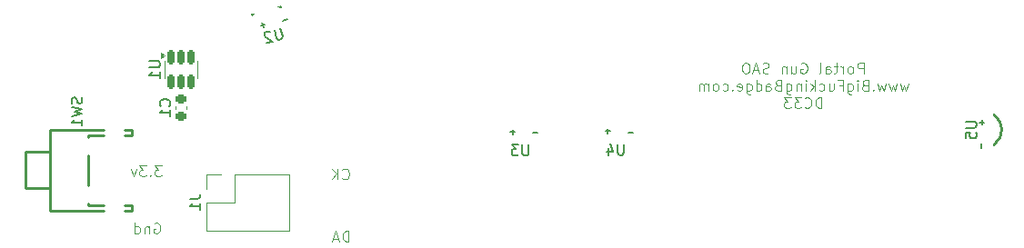
<source format=gbo>
%TF.GenerationSoftware,KiCad,Pcbnew,8.0.5*%
%TF.CreationDate,2025-03-05T17:25:15-08:00*%
%TF.ProjectId,portal-gun,706f7274-616c-42d6-9775-6e2e6b696361,rev?*%
%TF.SameCoordinates,Original*%
%TF.FileFunction,Legend,Bot*%
%TF.FilePolarity,Positive*%
%FSLAX46Y46*%
G04 Gerber Fmt 4.6, Leading zero omitted, Abs format (unit mm)*
G04 Created by KiCad (PCBNEW 8.0.5) date 2025-03-05 17:25:15*
%MOMM*%
%LPD*%
G01*
G04 APERTURE LIST*
G04 Aperture macros list*
%AMRoundRect*
0 Rectangle with rounded corners*
0 $1 Rounding radius*
0 $2 $3 $4 $5 $6 $7 $8 $9 X,Y pos of 4 corners*
0 Add a 4 corners polygon primitive as box body*
4,1,4,$2,$3,$4,$5,$6,$7,$8,$9,$2,$3,0*
0 Add four circle primitives for the rounded corners*
1,1,$1+$1,$2,$3*
1,1,$1+$1,$4,$5*
1,1,$1+$1,$6,$7*
1,1,$1+$1,$8,$9*
0 Add four rect primitives between the rounded corners*
20,1,$1+$1,$2,$3,$4,$5,0*
20,1,$1+$1,$4,$5,$6,$7,0*
20,1,$1+$1,$6,$7,$8,$9,0*
20,1,$1+$1,$8,$9,$2,$3,0*%
%AMRotRect*
0 Rectangle, with rotation*
0 The origin of the aperture is its center*
0 $1 length*
0 $2 width*
0 $3 Rotation angle, in degrees counterclockwise*
0 Add horizontal line*
21,1,$1,$2,0,0,$3*%
G04 Aperture macros list end*
%ADD10C,0.100000*%
%ADD11C,0.150000*%
%ADD12C,0.254000*%
%ADD13C,0.120000*%
%ADD14C,0.152000*%
%ADD15C,1.000000*%
%ADD16R,2.200000X1.200000*%
%ADD17R,1.510000X1.800000*%
%ADD18RoundRect,0.225000X-0.250000X0.225000X-0.250000X-0.225000X0.250000X-0.225000X0.250000X0.225000X0*%
%ADD19R,0.800000X0.500000*%
%ADD20R,0.600000X0.400000*%
%ADD21R,0.800000X0.400000*%
%ADD22R,0.500000X0.800000*%
%ADD23R,0.400000X0.600000*%
%ADD24R,0.400000X0.800000*%
%ADD25RotRect,0.500000X0.800000X195.000000*%
%ADD26RotRect,0.400000X0.600000X195.000000*%
%ADD27RotRect,0.400000X0.800000X195.000000*%
%ADD28RoundRect,0.150000X-0.150000X0.512500X-0.150000X-0.512500X0.150000X-0.512500X0.150000X0.512500X0*%
%ADD29R,1.700000X1.700000*%
%ADD30O,1.700000X1.700000*%
G04 APERTURE END LIST*
D10*
X184044048Y-76502531D02*
X184044048Y-75502531D01*
X184044048Y-75502531D02*
X183663096Y-75502531D01*
X183663096Y-75502531D02*
X183567858Y-75550150D01*
X183567858Y-75550150D02*
X183520239Y-75597769D01*
X183520239Y-75597769D02*
X183472620Y-75693007D01*
X183472620Y-75693007D02*
X183472620Y-75835864D01*
X183472620Y-75835864D02*
X183520239Y-75931102D01*
X183520239Y-75931102D02*
X183567858Y-75978721D01*
X183567858Y-75978721D02*
X183663096Y-76026340D01*
X183663096Y-76026340D02*
X184044048Y-76026340D01*
X182901191Y-76502531D02*
X182996429Y-76454912D01*
X182996429Y-76454912D02*
X183044048Y-76407292D01*
X183044048Y-76407292D02*
X183091667Y-76312054D01*
X183091667Y-76312054D02*
X183091667Y-76026340D01*
X183091667Y-76026340D02*
X183044048Y-75931102D01*
X183044048Y-75931102D02*
X182996429Y-75883483D01*
X182996429Y-75883483D02*
X182901191Y-75835864D01*
X182901191Y-75835864D02*
X182758334Y-75835864D01*
X182758334Y-75835864D02*
X182663096Y-75883483D01*
X182663096Y-75883483D02*
X182615477Y-75931102D01*
X182615477Y-75931102D02*
X182567858Y-76026340D01*
X182567858Y-76026340D02*
X182567858Y-76312054D01*
X182567858Y-76312054D02*
X182615477Y-76407292D01*
X182615477Y-76407292D02*
X182663096Y-76454912D01*
X182663096Y-76454912D02*
X182758334Y-76502531D01*
X182758334Y-76502531D02*
X182901191Y-76502531D01*
X182139286Y-76502531D02*
X182139286Y-75835864D01*
X182139286Y-76026340D02*
X182091667Y-75931102D01*
X182091667Y-75931102D02*
X182044048Y-75883483D01*
X182044048Y-75883483D02*
X181948810Y-75835864D01*
X181948810Y-75835864D02*
X181853572Y-75835864D01*
X181663095Y-75835864D02*
X181282143Y-75835864D01*
X181520238Y-75502531D02*
X181520238Y-76359673D01*
X181520238Y-76359673D02*
X181472619Y-76454912D01*
X181472619Y-76454912D02*
X181377381Y-76502531D01*
X181377381Y-76502531D02*
X181282143Y-76502531D01*
X180520238Y-76502531D02*
X180520238Y-75978721D01*
X180520238Y-75978721D02*
X180567857Y-75883483D01*
X180567857Y-75883483D02*
X180663095Y-75835864D01*
X180663095Y-75835864D02*
X180853571Y-75835864D01*
X180853571Y-75835864D02*
X180948809Y-75883483D01*
X180520238Y-76454912D02*
X180615476Y-76502531D01*
X180615476Y-76502531D02*
X180853571Y-76502531D01*
X180853571Y-76502531D02*
X180948809Y-76454912D01*
X180948809Y-76454912D02*
X180996428Y-76359673D01*
X180996428Y-76359673D02*
X180996428Y-76264435D01*
X180996428Y-76264435D02*
X180948809Y-76169197D01*
X180948809Y-76169197D02*
X180853571Y-76121578D01*
X180853571Y-76121578D02*
X180615476Y-76121578D01*
X180615476Y-76121578D02*
X180520238Y-76073959D01*
X179901190Y-76502531D02*
X179996428Y-76454912D01*
X179996428Y-76454912D02*
X180044047Y-76359673D01*
X180044047Y-76359673D02*
X180044047Y-75502531D01*
X178234523Y-75550150D02*
X178329761Y-75502531D01*
X178329761Y-75502531D02*
X178472618Y-75502531D01*
X178472618Y-75502531D02*
X178615475Y-75550150D01*
X178615475Y-75550150D02*
X178710713Y-75645388D01*
X178710713Y-75645388D02*
X178758332Y-75740626D01*
X178758332Y-75740626D02*
X178805951Y-75931102D01*
X178805951Y-75931102D02*
X178805951Y-76073959D01*
X178805951Y-76073959D02*
X178758332Y-76264435D01*
X178758332Y-76264435D02*
X178710713Y-76359673D01*
X178710713Y-76359673D02*
X178615475Y-76454912D01*
X178615475Y-76454912D02*
X178472618Y-76502531D01*
X178472618Y-76502531D02*
X178377380Y-76502531D01*
X178377380Y-76502531D02*
X178234523Y-76454912D01*
X178234523Y-76454912D02*
X178186904Y-76407292D01*
X178186904Y-76407292D02*
X178186904Y-76073959D01*
X178186904Y-76073959D02*
X178377380Y-76073959D01*
X177329761Y-75835864D02*
X177329761Y-76502531D01*
X177758332Y-75835864D02*
X177758332Y-76359673D01*
X177758332Y-76359673D02*
X177710713Y-76454912D01*
X177710713Y-76454912D02*
X177615475Y-76502531D01*
X177615475Y-76502531D02*
X177472618Y-76502531D01*
X177472618Y-76502531D02*
X177377380Y-76454912D01*
X177377380Y-76454912D02*
X177329761Y-76407292D01*
X176853570Y-75835864D02*
X176853570Y-76502531D01*
X176853570Y-75931102D02*
X176805951Y-75883483D01*
X176805951Y-75883483D02*
X176710713Y-75835864D01*
X176710713Y-75835864D02*
X176567856Y-75835864D01*
X176567856Y-75835864D02*
X176472618Y-75883483D01*
X176472618Y-75883483D02*
X176424999Y-75978721D01*
X176424999Y-75978721D02*
X176424999Y-76502531D01*
X175234522Y-76454912D02*
X175091665Y-76502531D01*
X175091665Y-76502531D02*
X174853570Y-76502531D01*
X174853570Y-76502531D02*
X174758332Y-76454912D01*
X174758332Y-76454912D02*
X174710713Y-76407292D01*
X174710713Y-76407292D02*
X174663094Y-76312054D01*
X174663094Y-76312054D02*
X174663094Y-76216816D01*
X174663094Y-76216816D02*
X174710713Y-76121578D01*
X174710713Y-76121578D02*
X174758332Y-76073959D01*
X174758332Y-76073959D02*
X174853570Y-76026340D01*
X174853570Y-76026340D02*
X175044046Y-75978721D01*
X175044046Y-75978721D02*
X175139284Y-75931102D01*
X175139284Y-75931102D02*
X175186903Y-75883483D01*
X175186903Y-75883483D02*
X175234522Y-75788245D01*
X175234522Y-75788245D02*
X175234522Y-75693007D01*
X175234522Y-75693007D02*
X175186903Y-75597769D01*
X175186903Y-75597769D02*
X175139284Y-75550150D01*
X175139284Y-75550150D02*
X175044046Y-75502531D01*
X175044046Y-75502531D02*
X174805951Y-75502531D01*
X174805951Y-75502531D02*
X174663094Y-75550150D01*
X174282141Y-76216816D02*
X173805951Y-76216816D01*
X174377379Y-76502531D02*
X174044046Y-75502531D01*
X174044046Y-75502531D02*
X173710713Y-76502531D01*
X173186903Y-75502531D02*
X172996427Y-75502531D01*
X172996427Y-75502531D02*
X172901189Y-75550150D01*
X172901189Y-75550150D02*
X172805951Y-75645388D01*
X172805951Y-75645388D02*
X172758332Y-75835864D01*
X172758332Y-75835864D02*
X172758332Y-76169197D01*
X172758332Y-76169197D02*
X172805951Y-76359673D01*
X172805951Y-76359673D02*
X172901189Y-76454912D01*
X172901189Y-76454912D02*
X172996427Y-76502531D01*
X172996427Y-76502531D02*
X173186903Y-76502531D01*
X173186903Y-76502531D02*
X173282141Y-76454912D01*
X173282141Y-76454912D02*
X173377379Y-76359673D01*
X173377379Y-76359673D02*
X173424998Y-76169197D01*
X173424998Y-76169197D02*
X173424998Y-75835864D01*
X173424998Y-75835864D02*
X173377379Y-75645388D01*
X173377379Y-75645388D02*
X173282141Y-75550150D01*
X173282141Y-75550150D02*
X173186903Y-75502531D01*
X188210713Y-77445808D02*
X188020237Y-78112475D01*
X188020237Y-78112475D02*
X187829761Y-77636284D01*
X187829761Y-77636284D02*
X187639285Y-78112475D01*
X187639285Y-78112475D02*
X187448809Y-77445808D01*
X187163094Y-77445808D02*
X186972618Y-78112475D01*
X186972618Y-78112475D02*
X186782142Y-77636284D01*
X186782142Y-77636284D02*
X186591666Y-78112475D01*
X186591666Y-78112475D02*
X186401190Y-77445808D01*
X186115475Y-77445808D02*
X185924999Y-78112475D01*
X185924999Y-78112475D02*
X185734523Y-77636284D01*
X185734523Y-77636284D02*
X185544047Y-78112475D01*
X185544047Y-78112475D02*
X185353571Y-77445808D01*
X184972618Y-78017236D02*
X184924999Y-78064856D01*
X184924999Y-78064856D02*
X184972618Y-78112475D01*
X184972618Y-78112475D02*
X185020237Y-78064856D01*
X185020237Y-78064856D02*
X184972618Y-78017236D01*
X184972618Y-78017236D02*
X184972618Y-78112475D01*
X184163095Y-77588665D02*
X184020238Y-77636284D01*
X184020238Y-77636284D02*
X183972619Y-77683903D01*
X183972619Y-77683903D02*
X183925000Y-77779141D01*
X183925000Y-77779141D02*
X183925000Y-77921998D01*
X183925000Y-77921998D02*
X183972619Y-78017236D01*
X183972619Y-78017236D02*
X184020238Y-78064856D01*
X184020238Y-78064856D02*
X184115476Y-78112475D01*
X184115476Y-78112475D02*
X184496428Y-78112475D01*
X184496428Y-78112475D02*
X184496428Y-77112475D01*
X184496428Y-77112475D02*
X184163095Y-77112475D01*
X184163095Y-77112475D02*
X184067857Y-77160094D01*
X184067857Y-77160094D02*
X184020238Y-77207713D01*
X184020238Y-77207713D02*
X183972619Y-77302951D01*
X183972619Y-77302951D02*
X183972619Y-77398189D01*
X183972619Y-77398189D02*
X184020238Y-77493427D01*
X184020238Y-77493427D02*
X184067857Y-77541046D01*
X184067857Y-77541046D02*
X184163095Y-77588665D01*
X184163095Y-77588665D02*
X184496428Y-77588665D01*
X183496428Y-78112475D02*
X183496428Y-77445808D01*
X183496428Y-77112475D02*
X183544047Y-77160094D01*
X183544047Y-77160094D02*
X183496428Y-77207713D01*
X183496428Y-77207713D02*
X183448809Y-77160094D01*
X183448809Y-77160094D02*
X183496428Y-77112475D01*
X183496428Y-77112475D02*
X183496428Y-77207713D01*
X182591667Y-77445808D02*
X182591667Y-78255332D01*
X182591667Y-78255332D02*
X182639286Y-78350570D01*
X182639286Y-78350570D02*
X182686905Y-78398189D01*
X182686905Y-78398189D02*
X182782143Y-78445808D01*
X182782143Y-78445808D02*
X182925000Y-78445808D01*
X182925000Y-78445808D02*
X183020238Y-78398189D01*
X182591667Y-78064856D02*
X182686905Y-78112475D01*
X182686905Y-78112475D02*
X182877381Y-78112475D01*
X182877381Y-78112475D02*
X182972619Y-78064856D01*
X182972619Y-78064856D02*
X183020238Y-78017236D01*
X183020238Y-78017236D02*
X183067857Y-77921998D01*
X183067857Y-77921998D02*
X183067857Y-77636284D01*
X183067857Y-77636284D02*
X183020238Y-77541046D01*
X183020238Y-77541046D02*
X182972619Y-77493427D01*
X182972619Y-77493427D02*
X182877381Y-77445808D01*
X182877381Y-77445808D02*
X182686905Y-77445808D01*
X182686905Y-77445808D02*
X182591667Y-77493427D01*
X181782143Y-77588665D02*
X182115476Y-77588665D01*
X182115476Y-78112475D02*
X182115476Y-77112475D01*
X182115476Y-77112475D02*
X181639286Y-77112475D01*
X180829762Y-77445808D02*
X180829762Y-78112475D01*
X181258333Y-77445808D02*
X181258333Y-77969617D01*
X181258333Y-77969617D02*
X181210714Y-78064856D01*
X181210714Y-78064856D02*
X181115476Y-78112475D01*
X181115476Y-78112475D02*
X180972619Y-78112475D01*
X180972619Y-78112475D02*
X180877381Y-78064856D01*
X180877381Y-78064856D02*
X180829762Y-78017236D01*
X179925000Y-78064856D02*
X180020238Y-78112475D01*
X180020238Y-78112475D02*
X180210714Y-78112475D01*
X180210714Y-78112475D02*
X180305952Y-78064856D01*
X180305952Y-78064856D02*
X180353571Y-78017236D01*
X180353571Y-78017236D02*
X180401190Y-77921998D01*
X180401190Y-77921998D02*
X180401190Y-77636284D01*
X180401190Y-77636284D02*
X180353571Y-77541046D01*
X180353571Y-77541046D02*
X180305952Y-77493427D01*
X180305952Y-77493427D02*
X180210714Y-77445808D01*
X180210714Y-77445808D02*
X180020238Y-77445808D01*
X180020238Y-77445808D02*
X179925000Y-77493427D01*
X179496428Y-78112475D02*
X179496428Y-77112475D01*
X179401190Y-77731522D02*
X179115476Y-78112475D01*
X179115476Y-77445808D02*
X179496428Y-77826760D01*
X178686904Y-78112475D02*
X178686904Y-77445808D01*
X178686904Y-77112475D02*
X178734523Y-77160094D01*
X178734523Y-77160094D02*
X178686904Y-77207713D01*
X178686904Y-77207713D02*
X178639285Y-77160094D01*
X178639285Y-77160094D02*
X178686904Y-77112475D01*
X178686904Y-77112475D02*
X178686904Y-77207713D01*
X178210714Y-77445808D02*
X178210714Y-78112475D01*
X178210714Y-77541046D02*
X178163095Y-77493427D01*
X178163095Y-77493427D02*
X178067857Y-77445808D01*
X178067857Y-77445808D02*
X177925000Y-77445808D01*
X177925000Y-77445808D02*
X177829762Y-77493427D01*
X177829762Y-77493427D02*
X177782143Y-77588665D01*
X177782143Y-77588665D02*
X177782143Y-78112475D01*
X176877381Y-77445808D02*
X176877381Y-78255332D01*
X176877381Y-78255332D02*
X176925000Y-78350570D01*
X176925000Y-78350570D02*
X176972619Y-78398189D01*
X176972619Y-78398189D02*
X177067857Y-78445808D01*
X177067857Y-78445808D02*
X177210714Y-78445808D01*
X177210714Y-78445808D02*
X177305952Y-78398189D01*
X176877381Y-78064856D02*
X176972619Y-78112475D01*
X176972619Y-78112475D02*
X177163095Y-78112475D01*
X177163095Y-78112475D02*
X177258333Y-78064856D01*
X177258333Y-78064856D02*
X177305952Y-78017236D01*
X177305952Y-78017236D02*
X177353571Y-77921998D01*
X177353571Y-77921998D02*
X177353571Y-77636284D01*
X177353571Y-77636284D02*
X177305952Y-77541046D01*
X177305952Y-77541046D02*
X177258333Y-77493427D01*
X177258333Y-77493427D02*
X177163095Y-77445808D01*
X177163095Y-77445808D02*
X176972619Y-77445808D01*
X176972619Y-77445808D02*
X176877381Y-77493427D01*
X176067857Y-77588665D02*
X175925000Y-77636284D01*
X175925000Y-77636284D02*
X175877381Y-77683903D01*
X175877381Y-77683903D02*
X175829762Y-77779141D01*
X175829762Y-77779141D02*
X175829762Y-77921998D01*
X175829762Y-77921998D02*
X175877381Y-78017236D01*
X175877381Y-78017236D02*
X175925000Y-78064856D01*
X175925000Y-78064856D02*
X176020238Y-78112475D01*
X176020238Y-78112475D02*
X176401190Y-78112475D01*
X176401190Y-78112475D02*
X176401190Y-77112475D01*
X176401190Y-77112475D02*
X176067857Y-77112475D01*
X176067857Y-77112475D02*
X175972619Y-77160094D01*
X175972619Y-77160094D02*
X175925000Y-77207713D01*
X175925000Y-77207713D02*
X175877381Y-77302951D01*
X175877381Y-77302951D02*
X175877381Y-77398189D01*
X175877381Y-77398189D02*
X175925000Y-77493427D01*
X175925000Y-77493427D02*
X175972619Y-77541046D01*
X175972619Y-77541046D02*
X176067857Y-77588665D01*
X176067857Y-77588665D02*
X176401190Y-77588665D01*
X174972619Y-78112475D02*
X174972619Y-77588665D01*
X174972619Y-77588665D02*
X175020238Y-77493427D01*
X175020238Y-77493427D02*
X175115476Y-77445808D01*
X175115476Y-77445808D02*
X175305952Y-77445808D01*
X175305952Y-77445808D02*
X175401190Y-77493427D01*
X174972619Y-78064856D02*
X175067857Y-78112475D01*
X175067857Y-78112475D02*
X175305952Y-78112475D01*
X175305952Y-78112475D02*
X175401190Y-78064856D01*
X175401190Y-78064856D02*
X175448809Y-77969617D01*
X175448809Y-77969617D02*
X175448809Y-77874379D01*
X175448809Y-77874379D02*
X175401190Y-77779141D01*
X175401190Y-77779141D02*
X175305952Y-77731522D01*
X175305952Y-77731522D02*
X175067857Y-77731522D01*
X175067857Y-77731522D02*
X174972619Y-77683903D01*
X174067857Y-78112475D02*
X174067857Y-77112475D01*
X174067857Y-78064856D02*
X174163095Y-78112475D01*
X174163095Y-78112475D02*
X174353571Y-78112475D01*
X174353571Y-78112475D02*
X174448809Y-78064856D01*
X174448809Y-78064856D02*
X174496428Y-78017236D01*
X174496428Y-78017236D02*
X174544047Y-77921998D01*
X174544047Y-77921998D02*
X174544047Y-77636284D01*
X174544047Y-77636284D02*
X174496428Y-77541046D01*
X174496428Y-77541046D02*
X174448809Y-77493427D01*
X174448809Y-77493427D02*
X174353571Y-77445808D01*
X174353571Y-77445808D02*
X174163095Y-77445808D01*
X174163095Y-77445808D02*
X174067857Y-77493427D01*
X173163095Y-77445808D02*
X173163095Y-78255332D01*
X173163095Y-78255332D02*
X173210714Y-78350570D01*
X173210714Y-78350570D02*
X173258333Y-78398189D01*
X173258333Y-78398189D02*
X173353571Y-78445808D01*
X173353571Y-78445808D02*
X173496428Y-78445808D01*
X173496428Y-78445808D02*
X173591666Y-78398189D01*
X173163095Y-78064856D02*
X173258333Y-78112475D01*
X173258333Y-78112475D02*
X173448809Y-78112475D01*
X173448809Y-78112475D02*
X173544047Y-78064856D01*
X173544047Y-78064856D02*
X173591666Y-78017236D01*
X173591666Y-78017236D02*
X173639285Y-77921998D01*
X173639285Y-77921998D02*
X173639285Y-77636284D01*
X173639285Y-77636284D02*
X173591666Y-77541046D01*
X173591666Y-77541046D02*
X173544047Y-77493427D01*
X173544047Y-77493427D02*
X173448809Y-77445808D01*
X173448809Y-77445808D02*
X173258333Y-77445808D01*
X173258333Y-77445808D02*
X173163095Y-77493427D01*
X172305952Y-78064856D02*
X172401190Y-78112475D01*
X172401190Y-78112475D02*
X172591666Y-78112475D01*
X172591666Y-78112475D02*
X172686904Y-78064856D01*
X172686904Y-78064856D02*
X172734523Y-77969617D01*
X172734523Y-77969617D02*
X172734523Y-77588665D01*
X172734523Y-77588665D02*
X172686904Y-77493427D01*
X172686904Y-77493427D02*
X172591666Y-77445808D01*
X172591666Y-77445808D02*
X172401190Y-77445808D01*
X172401190Y-77445808D02*
X172305952Y-77493427D01*
X172305952Y-77493427D02*
X172258333Y-77588665D01*
X172258333Y-77588665D02*
X172258333Y-77683903D01*
X172258333Y-77683903D02*
X172734523Y-77779141D01*
X171829761Y-78017236D02*
X171782142Y-78064856D01*
X171782142Y-78064856D02*
X171829761Y-78112475D01*
X171829761Y-78112475D02*
X171877380Y-78064856D01*
X171877380Y-78064856D02*
X171829761Y-78017236D01*
X171829761Y-78017236D02*
X171829761Y-78112475D01*
X170925000Y-78064856D02*
X171020238Y-78112475D01*
X171020238Y-78112475D02*
X171210714Y-78112475D01*
X171210714Y-78112475D02*
X171305952Y-78064856D01*
X171305952Y-78064856D02*
X171353571Y-78017236D01*
X171353571Y-78017236D02*
X171401190Y-77921998D01*
X171401190Y-77921998D02*
X171401190Y-77636284D01*
X171401190Y-77636284D02*
X171353571Y-77541046D01*
X171353571Y-77541046D02*
X171305952Y-77493427D01*
X171305952Y-77493427D02*
X171210714Y-77445808D01*
X171210714Y-77445808D02*
X171020238Y-77445808D01*
X171020238Y-77445808D02*
X170925000Y-77493427D01*
X170353571Y-78112475D02*
X170448809Y-78064856D01*
X170448809Y-78064856D02*
X170496428Y-78017236D01*
X170496428Y-78017236D02*
X170544047Y-77921998D01*
X170544047Y-77921998D02*
X170544047Y-77636284D01*
X170544047Y-77636284D02*
X170496428Y-77541046D01*
X170496428Y-77541046D02*
X170448809Y-77493427D01*
X170448809Y-77493427D02*
X170353571Y-77445808D01*
X170353571Y-77445808D02*
X170210714Y-77445808D01*
X170210714Y-77445808D02*
X170115476Y-77493427D01*
X170115476Y-77493427D02*
X170067857Y-77541046D01*
X170067857Y-77541046D02*
X170020238Y-77636284D01*
X170020238Y-77636284D02*
X170020238Y-77921998D01*
X170020238Y-77921998D02*
X170067857Y-78017236D01*
X170067857Y-78017236D02*
X170115476Y-78064856D01*
X170115476Y-78064856D02*
X170210714Y-78112475D01*
X170210714Y-78112475D02*
X170353571Y-78112475D01*
X169591666Y-78112475D02*
X169591666Y-77445808D01*
X169591666Y-77541046D02*
X169544047Y-77493427D01*
X169544047Y-77493427D02*
X169448809Y-77445808D01*
X169448809Y-77445808D02*
X169305952Y-77445808D01*
X169305952Y-77445808D02*
X169210714Y-77493427D01*
X169210714Y-77493427D02*
X169163095Y-77588665D01*
X169163095Y-77588665D02*
X169163095Y-78112475D01*
X169163095Y-77588665D02*
X169115476Y-77493427D01*
X169115476Y-77493427D02*
X169020238Y-77445808D01*
X169020238Y-77445808D02*
X168877381Y-77445808D01*
X168877381Y-77445808D02*
X168782142Y-77493427D01*
X168782142Y-77493427D02*
X168734523Y-77588665D01*
X168734523Y-77588665D02*
X168734523Y-78112475D01*
X180139285Y-79722419D02*
X180139285Y-78722419D01*
X180139285Y-78722419D02*
X179901190Y-78722419D01*
X179901190Y-78722419D02*
X179758333Y-78770038D01*
X179758333Y-78770038D02*
X179663095Y-78865276D01*
X179663095Y-78865276D02*
X179615476Y-78960514D01*
X179615476Y-78960514D02*
X179567857Y-79150990D01*
X179567857Y-79150990D02*
X179567857Y-79293847D01*
X179567857Y-79293847D02*
X179615476Y-79484323D01*
X179615476Y-79484323D02*
X179663095Y-79579561D01*
X179663095Y-79579561D02*
X179758333Y-79674800D01*
X179758333Y-79674800D02*
X179901190Y-79722419D01*
X179901190Y-79722419D02*
X180139285Y-79722419D01*
X178567857Y-79627180D02*
X178615476Y-79674800D01*
X178615476Y-79674800D02*
X178758333Y-79722419D01*
X178758333Y-79722419D02*
X178853571Y-79722419D01*
X178853571Y-79722419D02*
X178996428Y-79674800D01*
X178996428Y-79674800D02*
X179091666Y-79579561D01*
X179091666Y-79579561D02*
X179139285Y-79484323D01*
X179139285Y-79484323D02*
X179186904Y-79293847D01*
X179186904Y-79293847D02*
X179186904Y-79150990D01*
X179186904Y-79150990D02*
X179139285Y-78960514D01*
X179139285Y-78960514D02*
X179091666Y-78865276D01*
X179091666Y-78865276D02*
X178996428Y-78770038D01*
X178996428Y-78770038D02*
X178853571Y-78722419D01*
X178853571Y-78722419D02*
X178758333Y-78722419D01*
X178758333Y-78722419D02*
X178615476Y-78770038D01*
X178615476Y-78770038D02*
X178567857Y-78817657D01*
X178234523Y-78722419D02*
X177615476Y-78722419D01*
X177615476Y-78722419D02*
X177948809Y-79103371D01*
X177948809Y-79103371D02*
X177805952Y-79103371D01*
X177805952Y-79103371D02*
X177710714Y-79150990D01*
X177710714Y-79150990D02*
X177663095Y-79198609D01*
X177663095Y-79198609D02*
X177615476Y-79293847D01*
X177615476Y-79293847D02*
X177615476Y-79531942D01*
X177615476Y-79531942D02*
X177663095Y-79627180D01*
X177663095Y-79627180D02*
X177710714Y-79674800D01*
X177710714Y-79674800D02*
X177805952Y-79722419D01*
X177805952Y-79722419D02*
X178091666Y-79722419D01*
X178091666Y-79722419D02*
X178186904Y-79674800D01*
X178186904Y-79674800D02*
X178234523Y-79627180D01*
X177282142Y-78722419D02*
X176663095Y-78722419D01*
X176663095Y-78722419D02*
X176996428Y-79103371D01*
X176996428Y-79103371D02*
X176853571Y-79103371D01*
X176853571Y-79103371D02*
X176758333Y-79150990D01*
X176758333Y-79150990D02*
X176710714Y-79198609D01*
X176710714Y-79198609D02*
X176663095Y-79293847D01*
X176663095Y-79293847D02*
X176663095Y-79531942D01*
X176663095Y-79531942D02*
X176710714Y-79627180D01*
X176710714Y-79627180D02*
X176758333Y-79674800D01*
X176758333Y-79674800D02*
X176853571Y-79722419D01*
X176853571Y-79722419D02*
X177139285Y-79722419D01*
X177139285Y-79722419D02*
X177234523Y-79674800D01*
X177234523Y-79674800D02*
X177282142Y-79627180D01*
X135524687Y-86277180D02*
X135572306Y-86324800D01*
X135572306Y-86324800D02*
X135715163Y-86372419D01*
X135715163Y-86372419D02*
X135810401Y-86372419D01*
X135810401Y-86372419D02*
X135953258Y-86324800D01*
X135953258Y-86324800D02*
X136048496Y-86229561D01*
X136048496Y-86229561D02*
X136096115Y-86134323D01*
X136096115Y-86134323D02*
X136143734Y-85943847D01*
X136143734Y-85943847D02*
X136143734Y-85800990D01*
X136143734Y-85800990D02*
X136096115Y-85610514D01*
X136096115Y-85610514D02*
X136048496Y-85515276D01*
X136048496Y-85515276D02*
X135953258Y-85420038D01*
X135953258Y-85420038D02*
X135810401Y-85372419D01*
X135810401Y-85372419D02*
X135715163Y-85372419D01*
X135715163Y-85372419D02*
X135572306Y-85420038D01*
X135572306Y-85420038D02*
X135524687Y-85467657D01*
X135096115Y-86372419D02*
X135096115Y-85372419D01*
X134524687Y-86372419D02*
X134953258Y-85800990D01*
X134524687Y-85372419D02*
X135096115Y-85943847D01*
X136121115Y-92172419D02*
X136121115Y-91172419D01*
X136121115Y-91172419D02*
X135883020Y-91172419D01*
X135883020Y-91172419D02*
X135740163Y-91220038D01*
X135740163Y-91220038D02*
X135644925Y-91315276D01*
X135644925Y-91315276D02*
X135597306Y-91410514D01*
X135597306Y-91410514D02*
X135549687Y-91600990D01*
X135549687Y-91600990D02*
X135549687Y-91743847D01*
X135549687Y-91743847D02*
X135597306Y-91934323D01*
X135597306Y-91934323D02*
X135644925Y-92029561D01*
X135644925Y-92029561D02*
X135740163Y-92124800D01*
X135740163Y-92124800D02*
X135883020Y-92172419D01*
X135883020Y-92172419D02*
X136121115Y-92172419D01*
X135168734Y-91886704D02*
X134692544Y-91886704D01*
X135263972Y-92172419D02*
X134930639Y-91172419D01*
X134930639Y-91172419D02*
X134597306Y-92172419D01*
X118022306Y-90470038D02*
X118117544Y-90422419D01*
X118117544Y-90422419D02*
X118260401Y-90422419D01*
X118260401Y-90422419D02*
X118403258Y-90470038D01*
X118403258Y-90470038D02*
X118498496Y-90565276D01*
X118498496Y-90565276D02*
X118546115Y-90660514D01*
X118546115Y-90660514D02*
X118593734Y-90850990D01*
X118593734Y-90850990D02*
X118593734Y-90993847D01*
X118593734Y-90993847D02*
X118546115Y-91184323D01*
X118546115Y-91184323D02*
X118498496Y-91279561D01*
X118498496Y-91279561D02*
X118403258Y-91374800D01*
X118403258Y-91374800D02*
X118260401Y-91422419D01*
X118260401Y-91422419D02*
X118165163Y-91422419D01*
X118165163Y-91422419D02*
X118022306Y-91374800D01*
X118022306Y-91374800D02*
X117974687Y-91327180D01*
X117974687Y-91327180D02*
X117974687Y-90993847D01*
X117974687Y-90993847D02*
X118165163Y-90993847D01*
X117546115Y-90755752D02*
X117546115Y-91422419D01*
X117546115Y-90850990D02*
X117498496Y-90803371D01*
X117498496Y-90803371D02*
X117403258Y-90755752D01*
X117403258Y-90755752D02*
X117260401Y-90755752D01*
X117260401Y-90755752D02*
X117165163Y-90803371D01*
X117165163Y-90803371D02*
X117117544Y-90898609D01*
X117117544Y-90898609D02*
X117117544Y-91422419D01*
X116212782Y-91422419D02*
X116212782Y-90422419D01*
X116212782Y-91374800D02*
X116308020Y-91422419D01*
X116308020Y-91422419D02*
X116498496Y-91422419D01*
X116498496Y-91422419D02*
X116593734Y-91374800D01*
X116593734Y-91374800D02*
X116641353Y-91327180D01*
X116641353Y-91327180D02*
X116688972Y-91231942D01*
X116688972Y-91231942D02*
X116688972Y-90946228D01*
X116688972Y-90946228D02*
X116641353Y-90850990D01*
X116641353Y-90850990D02*
X116593734Y-90803371D01*
X116593734Y-90803371D02*
X116498496Y-90755752D01*
X116498496Y-90755752D02*
X116308020Y-90755752D01*
X116308020Y-90755752D02*
X116212782Y-90803371D01*
X118691353Y-85072419D02*
X118072306Y-85072419D01*
X118072306Y-85072419D02*
X118405639Y-85453371D01*
X118405639Y-85453371D02*
X118262782Y-85453371D01*
X118262782Y-85453371D02*
X118167544Y-85500990D01*
X118167544Y-85500990D02*
X118119925Y-85548609D01*
X118119925Y-85548609D02*
X118072306Y-85643847D01*
X118072306Y-85643847D02*
X118072306Y-85881942D01*
X118072306Y-85881942D02*
X118119925Y-85977180D01*
X118119925Y-85977180D02*
X118167544Y-86024800D01*
X118167544Y-86024800D02*
X118262782Y-86072419D01*
X118262782Y-86072419D02*
X118548496Y-86072419D01*
X118548496Y-86072419D02*
X118643734Y-86024800D01*
X118643734Y-86024800D02*
X118691353Y-85977180D01*
X117643734Y-85977180D02*
X117596115Y-86024800D01*
X117596115Y-86024800D02*
X117643734Y-86072419D01*
X117643734Y-86072419D02*
X117691353Y-86024800D01*
X117691353Y-86024800D02*
X117643734Y-85977180D01*
X117643734Y-85977180D02*
X117643734Y-86072419D01*
X117262782Y-85072419D02*
X116643735Y-85072419D01*
X116643735Y-85072419D02*
X116977068Y-85453371D01*
X116977068Y-85453371D02*
X116834211Y-85453371D01*
X116834211Y-85453371D02*
X116738973Y-85500990D01*
X116738973Y-85500990D02*
X116691354Y-85548609D01*
X116691354Y-85548609D02*
X116643735Y-85643847D01*
X116643735Y-85643847D02*
X116643735Y-85881942D01*
X116643735Y-85881942D02*
X116691354Y-85977180D01*
X116691354Y-85977180D02*
X116738973Y-86024800D01*
X116738973Y-86024800D02*
X116834211Y-86072419D01*
X116834211Y-86072419D02*
X117119925Y-86072419D01*
X117119925Y-86072419D02*
X117215163Y-86024800D01*
X117215163Y-86024800D02*
X117262782Y-85977180D01*
X116310401Y-85405752D02*
X116072306Y-86072419D01*
X116072306Y-86072419D02*
X115834211Y-85405752D01*
D11*
X111257200Y-78716667D02*
X111304819Y-78859524D01*
X111304819Y-78859524D02*
X111304819Y-79097619D01*
X111304819Y-79097619D02*
X111257200Y-79192857D01*
X111257200Y-79192857D02*
X111209580Y-79240476D01*
X111209580Y-79240476D02*
X111114342Y-79288095D01*
X111114342Y-79288095D02*
X111019104Y-79288095D01*
X111019104Y-79288095D02*
X110923866Y-79240476D01*
X110923866Y-79240476D02*
X110876247Y-79192857D01*
X110876247Y-79192857D02*
X110828628Y-79097619D01*
X110828628Y-79097619D02*
X110781009Y-78907143D01*
X110781009Y-78907143D02*
X110733390Y-78811905D01*
X110733390Y-78811905D02*
X110685771Y-78764286D01*
X110685771Y-78764286D02*
X110590533Y-78716667D01*
X110590533Y-78716667D02*
X110495295Y-78716667D01*
X110495295Y-78716667D02*
X110400057Y-78764286D01*
X110400057Y-78764286D02*
X110352438Y-78811905D01*
X110352438Y-78811905D02*
X110304819Y-78907143D01*
X110304819Y-78907143D02*
X110304819Y-79145238D01*
X110304819Y-79145238D02*
X110352438Y-79288095D01*
X110304819Y-79621429D02*
X111304819Y-79859524D01*
X111304819Y-79859524D02*
X110590533Y-80050000D01*
X110590533Y-80050000D02*
X111304819Y-80240476D01*
X111304819Y-80240476D02*
X110304819Y-80478572D01*
X111304819Y-81383333D02*
X111304819Y-80811905D01*
X111304819Y-81097619D02*
X110304819Y-81097619D01*
X110304819Y-81097619D02*
X110447676Y-81002381D01*
X110447676Y-81002381D02*
X110542914Y-80907143D01*
X110542914Y-80907143D02*
X110590533Y-80811905D01*
X119429580Y-79533333D02*
X119477200Y-79485714D01*
X119477200Y-79485714D02*
X119524819Y-79342857D01*
X119524819Y-79342857D02*
X119524819Y-79247619D01*
X119524819Y-79247619D02*
X119477200Y-79104762D01*
X119477200Y-79104762D02*
X119381961Y-79009524D01*
X119381961Y-79009524D02*
X119286723Y-78961905D01*
X119286723Y-78961905D02*
X119096247Y-78914286D01*
X119096247Y-78914286D02*
X118953390Y-78914286D01*
X118953390Y-78914286D02*
X118762914Y-78961905D01*
X118762914Y-78961905D02*
X118667676Y-79009524D01*
X118667676Y-79009524D02*
X118572438Y-79104762D01*
X118572438Y-79104762D02*
X118524819Y-79247619D01*
X118524819Y-79247619D02*
X118524819Y-79342857D01*
X118524819Y-79342857D02*
X118572438Y-79485714D01*
X118572438Y-79485714D02*
X118620057Y-79533333D01*
X119524819Y-80485714D02*
X119524819Y-79914286D01*
X119524819Y-80200000D02*
X118524819Y-80200000D01*
X118524819Y-80200000D02*
X118667676Y-80104762D01*
X118667676Y-80104762D02*
X118762914Y-80009524D01*
X118762914Y-80009524D02*
X118810533Y-79914286D01*
X193554819Y-80988095D02*
X194364342Y-80988095D01*
X194364342Y-80988095D02*
X194459580Y-81035714D01*
X194459580Y-81035714D02*
X194507200Y-81083333D01*
X194507200Y-81083333D02*
X194554819Y-81178571D01*
X194554819Y-81178571D02*
X194554819Y-81369047D01*
X194554819Y-81369047D02*
X194507200Y-81464285D01*
X194507200Y-81464285D02*
X194459580Y-81511904D01*
X194459580Y-81511904D02*
X194364342Y-81559523D01*
X194364342Y-81559523D02*
X193554819Y-81559523D01*
X193554819Y-82511904D02*
X193554819Y-82035714D01*
X193554819Y-82035714D02*
X194031009Y-81988095D01*
X194031009Y-81988095D02*
X193983390Y-82035714D01*
X193983390Y-82035714D02*
X193935771Y-82130952D01*
X193935771Y-82130952D02*
X193935771Y-82369047D01*
X193935771Y-82369047D02*
X193983390Y-82464285D01*
X193983390Y-82464285D02*
X194031009Y-82511904D01*
X194031009Y-82511904D02*
X194126247Y-82559523D01*
X194126247Y-82559523D02*
X194364342Y-82559523D01*
X194364342Y-82559523D02*
X194459580Y-82511904D01*
X194459580Y-82511904D02*
X194507200Y-82464285D01*
X194507200Y-82464285D02*
X194554819Y-82369047D01*
X194554819Y-82369047D02*
X194554819Y-82130952D01*
X194554819Y-82130952D02*
X194507200Y-82035714D01*
X194507200Y-82035714D02*
X194459580Y-81988095D01*
X161736904Y-83104819D02*
X161736904Y-83914342D01*
X161736904Y-83914342D02*
X161689285Y-84009580D01*
X161689285Y-84009580D02*
X161641666Y-84057200D01*
X161641666Y-84057200D02*
X161546428Y-84104819D01*
X161546428Y-84104819D02*
X161355952Y-84104819D01*
X161355952Y-84104819D02*
X161260714Y-84057200D01*
X161260714Y-84057200D02*
X161213095Y-84009580D01*
X161213095Y-84009580D02*
X161165476Y-83914342D01*
X161165476Y-83914342D02*
X161165476Y-83104819D01*
X160260714Y-83438152D02*
X160260714Y-84104819D01*
X160498809Y-83057200D02*
X160736904Y-83771485D01*
X160736904Y-83771485D02*
X160117857Y-83771485D01*
X152861904Y-83154819D02*
X152861904Y-83964342D01*
X152861904Y-83964342D02*
X152814285Y-84059580D01*
X152814285Y-84059580D02*
X152766666Y-84107200D01*
X152766666Y-84107200D02*
X152671428Y-84154819D01*
X152671428Y-84154819D02*
X152480952Y-84154819D01*
X152480952Y-84154819D02*
X152385714Y-84107200D01*
X152385714Y-84107200D02*
X152338095Y-84059580D01*
X152338095Y-84059580D02*
X152290476Y-83964342D01*
X152290476Y-83964342D02*
X152290476Y-83154819D01*
X151909523Y-83154819D02*
X151290476Y-83154819D01*
X151290476Y-83154819D02*
X151623809Y-83535771D01*
X151623809Y-83535771D02*
X151480952Y-83535771D01*
X151480952Y-83535771D02*
X151385714Y-83583390D01*
X151385714Y-83583390D02*
X151338095Y-83631009D01*
X151338095Y-83631009D02*
X151290476Y-83726247D01*
X151290476Y-83726247D02*
X151290476Y-83964342D01*
X151290476Y-83964342D02*
X151338095Y-84059580D01*
X151338095Y-84059580D02*
X151385714Y-84107200D01*
X151385714Y-84107200D02*
X151480952Y-84154819D01*
X151480952Y-84154819D02*
X151766666Y-84154819D01*
X151766666Y-84154819D02*
X151861904Y-84107200D01*
X151861904Y-84107200D02*
X151909523Y-84059580D01*
X129744840Y-72301200D02*
X129954360Y-73083140D01*
X129954360Y-73083140D02*
X129933013Y-73187457D01*
X129933013Y-73187457D02*
X129899341Y-73245778D01*
X129899341Y-73245778D02*
X129819673Y-73316424D01*
X129819673Y-73316424D02*
X129635687Y-73365723D01*
X129635687Y-73365723D02*
X129531369Y-73344376D01*
X129531369Y-73344376D02*
X129473048Y-73310704D01*
X129473048Y-73310704D02*
X129402402Y-73231036D01*
X129402402Y-73231036D02*
X129192882Y-72449096D01*
X128803563Y-72652012D02*
X128745242Y-72618340D01*
X128745242Y-72618340D02*
X128640925Y-72596993D01*
X128640925Y-72596993D02*
X128410942Y-72658616D01*
X128410942Y-72658616D02*
X128331274Y-72729262D01*
X128331274Y-72729262D02*
X128297602Y-72787584D01*
X128297602Y-72787584D02*
X128276255Y-72891901D01*
X128276255Y-72891901D02*
X128300905Y-72983894D01*
X128300905Y-72983894D02*
X128383875Y-73109559D01*
X128383875Y-73109559D02*
X129083730Y-73513620D01*
X129083730Y-73513620D02*
X128485775Y-73673841D01*
X117554819Y-75363095D02*
X118364342Y-75363095D01*
X118364342Y-75363095D02*
X118459580Y-75410714D01*
X118459580Y-75410714D02*
X118507200Y-75458333D01*
X118507200Y-75458333D02*
X118554819Y-75553571D01*
X118554819Y-75553571D02*
X118554819Y-75744047D01*
X118554819Y-75744047D02*
X118507200Y-75839285D01*
X118507200Y-75839285D02*
X118459580Y-75886904D01*
X118459580Y-75886904D02*
X118364342Y-75934523D01*
X118364342Y-75934523D02*
X117554819Y-75934523D01*
X118554819Y-76934523D02*
X118554819Y-76363095D01*
X118554819Y-76648809D02*
X117554819Y-76648809D01*
X117554819Y-76648809D02*
X117697676Y-76553571D01*
X117697676Y-76553571D02*
X117792914Y-76458333D01*
X117792914Y-76458333D02*
X117840533Y-76363095D01*
X121319819Y-88196666D02*
X122034104Y-88196666D01*
X122034104Y-88196666D02*
X122176961Y-88149047D01*
X122176961Y-88149047D02*
X122272200Y-88053809D01*
X122272200Y-88053809D02*
X122319819Y-87910952D01*
X122319819Y-87910952D02*
X122319819Y-87815714D01*
X122319819Y-89196666D02*
X122319819Y-88625238D01*
X122319819Y-88910952D02*
X121319819Y-88910952D01*
X121319819Y-88910952D02*
X121462676Y-88815714D01*
X121462676Y-88815714D02*
X121557914Y-88720476D01*
X121557914Y-88720476D02*
X121605533Y-88625238D01*
D12*
%TO.C,SW1*%
X108300000Y-89275000D02*
X108300000Y-81775000D01*
X108300000Y-81775000D02*
X113264000Y-81775000D01*
X115236000Y-81775000D02*
X115900000Y-81775000D01*
X115900000Y-82275000D02*
X115900000Y-81775000D01*
X113264000Y-82275000D02*
X111900000Y-82275000D01*
X115900000Y-82275000D02*
X115236000Y-82275000D01*
X111900000Y-82275000D02*
X111900000Y-82444000D01*
X108300000Y-83825000D02*
X106050000Y-83825000D01*
X106050000Y-87225000D02*
X106050000Y-83825000D01*
X111900000Y-84106000D02*
X111900000Y-86944000D01*
X108300000Y-87225000D02*
X106050000Y-87225000D01*
X111900000Y-88606000D02*
X111900000Y-88775000D01*
X111900000Y-88775000D02*
X113264000Y-88775000D01*
X115236000Y-88775000D02*
X115900000Y-88775000D01*
X113264000Y-89275000D02*
X108300000Y-89275000D01*
X115900000Y-89275000D02*
X115236000Y-89275000D01*
X115900000Y-88775000D02*
X115900000Y-89275000D01*
D13*
%TO.C,C1*%
X121010000Y-79840580D02*
X121010000Y-79559420D01*
X119990000Y-79840580D02*
X119990000Y-79559420D01*
D14*
%TO.C,U5*%
X194975000Y-83000000D02*
X194975000Y-83420000D01*
X195075000Y-80850000D02*
X195075000Y-81270000D01*
X195284500Y-81057000D02*
X194864500Y-81057000D01*
D12*
X196216000Y-80365000D02*
G75*
G02*
X196213000Y-83138999I-1012684J-1385906D01*
G01*
D14*
%TO.C,U4*%
X162182000Y-81992643D02*
X162602000Y-81992643D01*
X160032000Y-81892643D02*
X160452000Y-81892643D01*
X160239000Y-81683143D02*
X160239000Y-82103143D01*
D12*
X159547000Y-80751643D02*
G75*
G02*
X162320999Y-80754643I1385906J-1012684D01*
G01*
D14*
%TO.C,U3*%
X153307000Y-82042643D02*
X153727000Y-82042643D01*
X151157000Y-81942643D02*
X151577000Y-81942643D01*
X151364000Y-81733143D02*
X151364000Y-82153143D01*
D12*
X150672000Y-80801643D02*
G75*
G02*
X153445999Y-80804643I1385906J-1012684D01*
G01*
D14*
%TO.C,U2*%
X130020581Y-71570267D02*
X130426269Y-71461563D01*
X127917958Y-72030136D02*
X128323647Y-71921432D01*
X128063682Y-71774199D02*
X128172386Y-72179887D01*
D12*
X127154172Y-71053542D02*
G75*
G02*
X129834425Y-70338476I1600784J-619478D01*
G01*
D13*
%TO.C,U1*%
X118940000Y-75325000D02*
X118940000Y-76125000D01*
X118940000Y-76925000D02*
X118940000Y-76125000D01*
X122060000Y-75325000D02*
X122060000Y-76125000D01*
X122060000Y-76925000D02*
X122060000Y-76125000D01*
X118990000Y-74825000D02*
X118660000Y-75065000D01*
X118660000Y-74585000D01*
X118990000Y-74825000D01*
G36*
X118990000Y-74825000D02*
G01*
X118660000Y-75065000D01*
X118660000Y-74585000D01*
X118990000Y-74825000D01*
G37*
%TO.C,J1*%
X122865000Y-87260000D02*
X122865000Y-85930000D01*
X122865000Y-85930000D02*
X124195000Y-85930000D01*
X130605000Y-85930000D02*
X125465000Y-85930000D01*
X125465000Y-88530000D02*
X125465000Y-85930000D01*
X130605000Y-91130000D02*
X130605000Y-85930000D01*
X122865000Y-91130000D02*
X122865000Y-88530000D01*
X122865000Y-88530000D02*
X125465000Y-88530000D01*
X130605000Y-91130000D02*
X122865000Y-91130000D01*
%TD*%
%LPC*%
D15*
%TO.C,REF\u002A\u002A*%
X136925000Y-88675000D03*
%TD*%
%TO.C,*%
X146225000Y-74175000D03*
%TD*%
D16*
%TO.C,SW1*%
X111050000Y-87775000D03*
X111050000Y-83275000D03*
D17*
X114250000Y-89525000D03*
X114250000Y-81525000D03*
%TD*%
D18*
%TO.C,C1*%
X120500000Y-80475000D03*
X120500000Y-78925000D03*
%TD*%
D19*
%TO.C,U5*%
X195625000Y-80300000D03*
D20*
X195725000Y-81050000D03*
D21*
X195625000Y-81750000D03*
D20*
X195725000Y-82450000D03*
D19*
X195625000Y-83200000D03*
%TD*%
D22*
%TO.C,U4*%
X159482000Y-81342643D03*
D23*
X160232000Y-81242643D03*
D24*
X160932000Y-81342643D03*
D23*
X161632000Y-81242643D03*
D22*
X162382000Y-81342643D03*
%TD*%
%TO.C,U3*%
X150607000Y-81392643D03*
D23*
X151357000Y-81292643D03*
D24*
X152057000Y-81392643D03*
D23*
X152757000Y-81292643D03*
D22*
X153507000Y-81392643D03*
%TD*%
D25*
%TO.C,U2*%
X127244349Y-71641227D03*
D26*
X127942911Y-71350520D03*
D27*
X128644941Y-71265939D03*
D26*
X129295207Y-70988173D03*
D25*
X130045533Y-70890652D03*
%TD*%
D28*
%TO.C,U1*%
X119550000Y-74987500D03*
X120500000Y-74987500D03*
X121450000Y-74987500D03*
X121450000Y-77262500D03*
X120500000Y-77262500D03*
X119550000Y-77262500D03*
%TD*%
D29*
%TO.C,J1*%
X124195000Y-87260000D03*
D30*
X124195000Y-89800000D03*
X126735000Y-87260000D03*
X126735000Y-89800000D03*
X129275000Y-87260000D03*
X129275000Y-89800000D03*
%TD*%
G36*
X165704937Y-72686548D02*
G01*
X165705519Y-72687133D01*
X165705519Y-80914533D01*
X165704936Y-80915118D01*
X146184013Y-80996059D01*
X146183434Y-80995049D01*
X146944519Y-79707456D01*
X147620345Y-78513253D01*
X148222541Y-77399520D01*
X148762372Y-76353955D01*
X149251143Y-75364188D01*
X149700150Y-74417868D01*
X150524169Y-72605881D01*
X150524667Y-72605562D01*
X165704937Y-72686548D01*
G37*
G36*
X173451600Y-68698874D02*
G01*
X173454990Y-68707057D01*
X173454990Y-71858911D01*
X173451600Y-71867094D01*
X173443417Y-71870484D01*
X170291563Y-71870484D01*
X170283380Y-71867094D01*
X170279990Y-71858911D01*
X170279990Y-68707057D01*
X170283380Y-68698874D01*
X170291563Y-68695484D01*
X173443417Y-68695484D01*
X173451600Y-68698874D01*
G37*
G36*
X173421610Y-92853390D02*
G01*
X173425000Y-92861573D01*
X173425000Y-96013427D01*
X173421610Y-96021610D01*
X173413427Y-96025000D01*
X170261573Y-96025000D01*
X170253390Y-96021610D01*
X170250000Y-96013427D01*
X170250000Y-92861573D01*
X170253390Y-92853390D01*
X170261573Y-92850000D01*
X173413427Y-92850000D01*
X173421610Y-92853390D01*
G37*
G36*
X137027549Y-87579889D02*
G01*
X137224972Y-87616794D01*
X137227026Y-87617378D01*
X137414314Y-87689933D01*
X137416225Y-87690885D01*
X137586983Y-87796615D01*
X137588688Y-87797902D01*
X137737121Y-87933216D01*
X137738559Y-87934795D01*
X137859589Y-88095064D01*
X137860714Y-88096880D01*
X137950242Y-88276678D01*
X137951013Y-88278669D01*
X138005975Y-88471841D01*
X138006368Y-88473940D01*
X138024901Y-88673932D01*
X138024901Y-88676068D01*
X138006368Y-88876059D01*
X138005975Y-88878158D01*
X137951013Y-89071330D01*
X137950242Y-89073321D01*
X137860714Y-89253119D01*
X137859589Y-89254935D01*
X137738559Y-89415204D01*
X137737121Y-89416783D01*
X137588688Y-89552097D01*
X137586983Y-89553384D01*
X137416225Y-89659114D01*
X137414314Y-89660066D01*
X137227026Y-89732621D01*
X137224972Y-89733205D01*
X137027549Y-89770111D01*
X137025422Y-89770308D01*
X136824578Y-89770308D01*
X136822451Y-89770111D01*
X136625027Y-89733205D01*
X136622973Y-89732621D01*
X136435685Y-89660066D01*
X136433774Y-89659114D01*
X136263016Y-89553384D01*
X136261311Y-89552097D01*
X136112878Y-89416783D01*
X136111440Y-89415204D01*
X135990410Y-89254935D01*
X135989285Y-89253119D01*
X135899757Y-89073321D01*
X135898986Y-89071330D01*
X135844024Y-88878158D01*
X135843631Y-88876059D01*
X135825098Y-88676068D01*
X135825098Y-88673932D01*
X135843631Y-88473940D01*
X135844024Y-88471841D01*
X135898986Y-88278669D01*
X135899757Y-88276678D01*
X135989285Y-88096880D01*
X135990410Y-88095064D01*
X136111440Y-87934795D01*
X136112878Y-87933216D01*
X136261311Y-87797902D01*
X136263016Y-87796615D01*
X136433774Y-87690885D01*
X136435685Y-87689933D01*
X136622973Y-87617378D01*
X136625027Y-87616794D01*
X136822451Y-87579889D01*
X136824578Y-87579692D01*
X137025422Y-87579692D01*
X137027549Y-87579889D01*
G37*
G36*
X146327549Y-73079889D02*
G01*
X146524972Y-73116794D01*
X146527026Y-73117378D01*
X146714314Y-73189933D01*
X146716225Y-73190885D01*
X146886983Y-73296615D01*
X146888688Y-73297902D01*
X147037121Y-73433216D01*
X147038559Y-73434795D01*
X147159589Y-73595064D01*
X147160714Y-73596880D01*
X147250242Y-73776678D01*
X147251013Y-73778669D01*
X147305975Y-73971841D01*
X147306368Y-73973940D01*
X147324901Y-74173932D01*
X147324901Y-74176068D01*
X147306368Y-74376059D01*
X147305975Y-74378158D01*
X147251013Y-74571330D01*
X147250242Y-74573321D01*
X147160714Y-74753119D01*
X147159589Y-74754935D01*
X147038559Y-74915204D01*
X147037121Y-74916783D01*
X146888688Y-75052097D01*
X146886983Y-75053384D01*
X146716225Y-75159114D01*
X146714314Y-75160066D01*
X146527026Y-75232621D01*
X146524972Y-75233205D01*
X146327549Y-75270111D01*
X146325422Y-75270308D01*
X146124578Y-75270308D01*
X146122451Y-75270111D01*
X145925027Y-75233205D01*
X145922973Y-75232621D01*
X145735685Y-75160066D01*
X145733774Y-75159114D01*
X145563016Y-75053384D01*
X145561311Y-75052097D01*
X145412878Y-74916783D01*
X145411440Y-74915204D01*
X145290410Y-74754935D01*
X145289285Y-74753119D01*
X145199757Y-74573321D01*
X145198986Y-74571330D01*
X145144024Y-74378158D01*
X145143631Y-74376059D01*
X145125098Y-74176068D01*
X145125098Y-74173932D01*
X145143631Y-73973940D01*
X145144024Y-73971841D01*
X145198986Y-73778669D01*
X145199757Y-73776678D01*
X145289285Y-73596880D01*
X145290410Y-73595064D01*
X145411440Y-73434795D01*
X145412878Y-73433216D01*
X145561311Y-73297902D01*
X145563016Y-73296615D01*
X145733774Y-73190885D01*
X145735685Y-73189933D01*
X145922973Y-73117378D01*
X145925027Y-73116794D01*
X146122451Y-73079889D01*
X146124578Y-73079692D01*
X146325422Y-73079692D01*
X146327549Y-73079889D01*
G37*
G36*
X131848464Y-67642678D02*
G01*
X131852824Y-67650388D01*
X131852877Y-67652669D01*
X131846566Y-67736087D01*
X131846466Y-67736964D01*
X131829061Y-67850768D01*
X131828911Y-67851560D01*
X131794998Y-68002206D01*
X131794772Y-68003058D01*
X131738859Y-68185324D01*
X131738541Y-68186225D01*
X131655133Y-68394900D01*
X131654712Y-68395832D01*
X131538304Y-68625762D01*
X131537772Y-68626702D01*
X131382770Y-68872848D01*
X131382303Y-68873533D01*
X131288772Y-69000830D01*
X131288425Y-69001280D01*
X131183094Y-69130799D01*
X131182722Y-69131234D01*
X131065013Y-69262180D01*
X131064619Y-69262597D01*
X130933830Y-69394335D01*
X130933417Y-69394731D01*
X130788849Y-69526621D01*
X130788420Y-69526993D01*
X130629402Y-69658369D01*
X130628961Y-69658716D01*
X130454767Y-69788958D01*
X130454317Y-69789277D01*
X130264281Y-69917716D01*
X130263827Y-69918008D01*
X130057251Y-70044000D01*
X130056795Y-70044264D01*
X129833000Y-70167153D01*
X129832547Y-70167390D01*
X129590774Y-70286561D01*
X129590325Y-70286770D01*
X129329971Y-70401527D01*
X129329529Y-70401711D01*
X129049847Y-70511430D01*
X129049416Y-70511589D01*
X128749747Y-70615607D01*
X128749327Y-70615744D01*
X128428952Y-70713420D01*
X128428545Y-70713536D01*
X128086821Y-70804205D01*
X128086346Y-70804320D01*
X127813964Y-70864397D01*
X127813394Y-70864508D01*
X127548868Y-70909084D01*
X127548288Y-70909167D01*
X127291619Y-70939144D01*
X127291031Y-70939197D01*
X127042328Y-70955465D01*
X127041739Y-70955489D01*
X126800972Y-70958944D01*
X126800385Y-70958937D01*
X126567696Y-70950472D01*
X126567116Y-70950437D01*
X126342462Y-70930939D01*
X126341893Y-70930875D01*
X126125394Y-70901238D01*
X126124840Y-70901149D01*
X125916542Y-70862268D01*
X125916006Y-70862154D01*
X125715932Y-70814911D01*
X125715417Y-70814777D01*
X125523626Y-70760062D01*
X125523133Y-70759909D01*
X125339722Y-70698626D01*
X125339254Y-70698459D01*
X125164201Y-70631469D01*
X125163757Y-70631288D01*
X124997196Y-70559514D01*
X124996778Y-70559324D01*
X124838716Y-70483634D01*
X124838322Y-70483436D01*
X124688840Y-70404733D01*
X124688472Y-70404531D01*
X124547600Y-70323690D01*
X124547255Y-70323484D01*
X124415067Y-70241405D01*
X124414746Y-70241198D01*
X124291314Y-70158782D01*
X124291014Y-70158575D01*
X124176425Y-70076739D01*
X124176020Y-70076436D01*
X123973280Y-69917826D01*
X123972798Y-69917428D01*
X123805973Y-69771727D01*
X123805558Y-69771345D01*
X123675099Y-69645690D01*
X123674741Y-69645330D01*
X123581075Y-69546839D01*
X123580705Y-69546431D01*
X123516657Y-69472315D01*
X123513871Y-69463907D01*
X123517846Y-69455992D01*
X123521955Y-69453704D01*
X125012333Y-68987088D01*
X125012541Y-68987025D01*
X126337605Y-68599287D01*
X126337848Y-68599219D01*
X126980081Y-68426386D01*
X126980380Y-68426309D01*
X127547077Y-68289921D01*
X127547537Y-68289820D01*
X128139382Y-68172646D01*
X128139686Y-68172590D01*
X128818441Y-68056951D01*
X128818628Y-68056921D01*
X129533087Y-67947183D01*
X129533213Y-67947164D01*
X130232446Y-67847638D01*
X130232451Y-67847677D01*
X130232567Y-67847621D01*
X131380394Y-67696641D01*
X131380495Y-67696628D01*
X131839929Y-67640309D01*
X131848464Y-67642678D01*
G37*
%LPD*%
M02*

</source>
